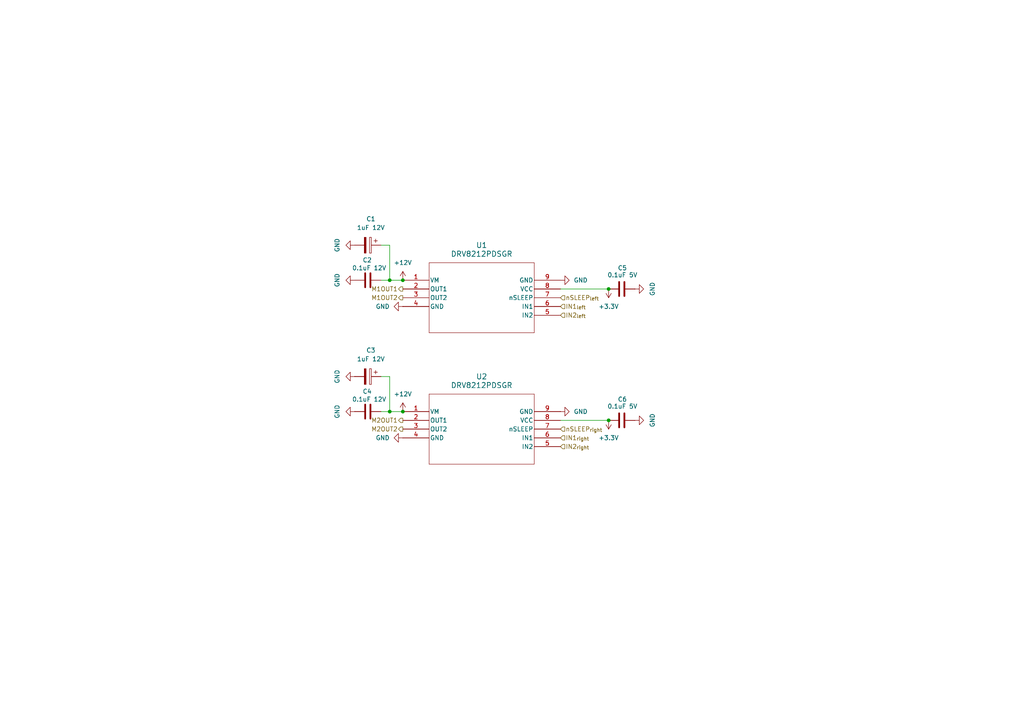
<source format=kicad_sch>
(kicad_sch (version 20231120) (generator "eeschema") (generator_version "8.0")
  (paper "A4")
  (title_block (title "DRV8212P Motor Driver Development Board") (date "2024-08-19") (rev "v0.2") (company "Karl Wünsche"))
  (lib_symbols
    (symbol "Device:C" (pin_numbers hide) (pin_names (offset 0.254))
      (property "Reference" "C" (at 0.635 2.54 0))
      (property "Value" "C" (at 0.635 -2.54 0))
      (symbol "C_0_1"
        (polyline (pts (xy -2.032 -0.762) (xy 2.032 -0.762)) (stroke (width 0.508)))
        (polyline (pts (xy -2.032 0.762) (xy 2.032 0.762)) (stroke (width 0.508)))
      )
      (symbol "C_1_1"
        (pin passive line (at 0 3.81 270) (length 2.794) (name "~") (number "1"))
        (pin passive line (at 0 -3.81 90) (length 2.794) (name "~") (number "2"))
      )
    )
    (symbol "Device:C_Polarized" (pin_numbers hide) (pin_names (offset 0.254))
      (property "Reference" "C" (at 0.635 2.54 0))
      (property "Value" "C_Polarized" (at 0.635 -2.54 0))
      (symbol "C_Polarized_0_1"
        (rectangle (start -2.286 0.508) (end 2.286 1.016))
        (polyline (pts (xy -1.778 2.286) (xy -0.762 2.286)))
        (polyline (pts (xy -1.27 2.794) (xy -1.27 1.778)))
        (rectangle (start 2.286 -0.508) (end -2.286 -1.016) (fill (type outline)))
      )
      (symbol "C_Polarized_1_1"
        (pin passive line (at 0 3.81 270) (length 2.794) (name "~") (number "1"))
        (pin passive line (at 0 -3.81 90) (length 2.794) (name "~") (number "2"))
      )
    )
    (symbol "Driver_Motor:DRV8212PDSGR" (pin_names (offset 0.254))
      (property "Reference" "U" (at 22.86 10.16 0))
      (property "Value" "DRV8212PDSGR" (at 22.86 7.62 0))
      (symbol "DRV8212PDSGR_0_1"
        (polyline (pts (xy 7.62 -15.24) (xy 38.1 -15.24)) (stroke (width 0.127)))
        (polyline (pts (xy 7.62 5.08) (xy 7.62 -15.24)) (stroke (width 0.127)))
        (polyline (pts (xy 38.1 -15.24) (xy 38.1 5.08)) (stroke (width 0.127)))
        (polyline (pts (xy 38.1 5.08) (xy 7.62 5.08)) (stroke (width 0.127)))
        (pin power_in line (at 0 0 0) (length 7.62) (name "VM") (number "1"))
        (pin output line (at 0 -2.54 0) (length 7.62) (name "OUT1") (number "2"))
        (pin output line (at 0 -5.08 0) (length 7.62) (name "OUT2") (number "3"))
        (pin power_out line (at 0 -7.62 0) (length 7.62) (name "GND") (number "4"))
        (pin input line (at 45.72 -10.16 180) (length 7.62) (name "IN2") (number "5"))
        (pin input line (at 45.72 -7.62 180) (length 7.62) (name "IN1") (number "6"))
        (pin input line (at 45.72 -5.08 180) (length 7.62) (name "nSLEEP") (number "7"))
        (pin power_in line (at 45.72 -2.54 180) (length 7.62) (name "VCC") (number "8"))
        (pin power_out line (at 45.72 0 180) (length 7.62) (name "GND") (number "9"))
      )
    )
    (symbol "power:+12V" (power) (pin_numbers hide) (pin_names (offset 0) hide)
      (property "Value" "+12V" (at 0 3.556 0))
      (symbol "+12V_0_1"
        (polyline (pts (xy -0.762 1.27) (xy 0 2.54)))
        (polyline (pts (xy 0 0) (xy 0 2.54)))
        (polyline (pts (xy 0 2.54) (xy 0.762 1.27)))
      )
      (symbol "+12V_1_1"
        (pin power_in line (at 0 0 90) (length 0) (name "~") (number "1"))
      )
    )
    (symbol "power:+3.3V" (power) (pin_numbers hide) (pin_names (offset 0) hide)
      (property "Value" "+3.3V" (at 0 3.556 0))
      (symbol "+3.3V_0_1"
        (polyline (pts (xy -0.762 1.27) (xy 0 2.54)))
        (polyline (pts (xy 0 0) (xy 0 2.54)))
        (polyline (pts (xy 0 2.54) (xy 0.762 1.27)))
      )
      (symbol "+3.3V_1_1"
        (pin power_in line (at 0 0 90) (length 0) (name "~") (number "1"))
      )
    )
    (symbol "power:GND" (power) (pin_numbers hide) (pin_names (offset 0) hide)
      (property "Value" "GND" (at 0 -3.81 0))
      (symbol "GND_0_1"
        (polyline (pts (xy 0 0) (xy 0 -1.27) (xy 1.27 -1.27) (xy 0 -2.54) (xy -1.27 -1.27) (xy 0 -1.27)))
      )
      (symbol "GND_1_1"
        (pin power_in line (at 0 0 270) (length 0) (name "~") (number "1"))
      )
    )
  )
  (junction (at 113.03 81.28))
  (junction (at 113.03 119.38))
  (junction (at 176.53 83.82))
  (junction (at 116.84 81.28))
  (junction (at 176.53 121.92))
  (junction (at 116.84 119.38))
  (wire (pts (xy 113.03 109.22) (xy 110.49 109.22)))
  (wire (pts (xy 113.03 71.12) (xy 110.49 71.12)))
  (wire (pts (xy 110.49 81.28) (xy 113.03 81.28)))
  (wire (pts (xy 113.03 119.38) (xy 116.84 119.38)))
  (wire (pts (xy 113.03 71.12) (xy 113.03 81.28)))
  (wire (pts (xy 162.56 83.82) (xy 176.53 83.82)))
  (wire (pts (xy 110.49 119.38) (xy 113.03 119.38)))
  (wire (pts (xy 162.56 121.92) (xy 176.53 121.92)))
  (wire (pts (xy 113.03 109.22) (xy 113.03 119.38)))
  (wire (pts (xy 113.03 81.28) (xy 116.84 81.28)))
  (hierarchical_label "M2OUT2" (shape output) (at 116.84 124.46 180))
  (hierarchical_label "M2OUT1" (shape output) (at 116.84 121.92 180))
  (hierarchical_label "M1OUT1" (shape output) (at 116.84 83.82 180))
  (hierarchical_label "IN2_{right}" (shape input) (at 162.56 129.54 0))
  (hierarchical_label "nSLEEP_{right}" (shape input) (at 162.56 124.46 0))
  (hierarchical_label "IN1_{left}" (shape input) (at 162.56 88.9 0))
  (hierarchical_label "IN2_{left}" (shape input) (at 162.56 91.44 0))
  (hierarchical_label "nSLEEP_{left}" (shape input) (at 162.56 86.36 0))
  (hierarchical_label "IN1_{right}" (shape input) (at 162.56 127 0))
  (hierarchical_label "M1OUT2" (shape output) (at 116.84 86.36 180))
  (symbol (lib_id "Device:C") (at 106.68 119.38 270) (unit 1)
    (property "Reference" "C4" (at 105.156 113.538 90) (effects (justify left)))
    (property "Value" "0.1uF 12V" (at 102.108 115.824 90) (effects (justify left)))
    (property "Footprint" "Capacitor_SMD:C_0603_1608Metric_Pad1.08x0.95mm_HandSolder" (effects (hide yes)))
    (property "Description" "Unpolarized capacitor" (effects (hide yes)))
  )
  (symbol (lib_id "power:GND") (at 102.87 81.28 270) (unit 1)
    (property "Reference" "#PWR02" (effects (hide yes)))
    (property "Value" "GND" (at 97.79 81.28 0))
    (property "Description" "Power symbol creates a global label with name \"GND\" , ground" (effects (hide yes)))
  )
  (symbol (lib_id "power:GND") (at 184.15 83.82 90) (unit 1)
    (property "Reference" "#PWR013" (effects (hide yes)))
    (property "Value" "GND" (at 189.23 83.82 0))
    (property "Description" "Power symbol creates a global label with name \"GND\" , ground" (effects (hide yes)))
  )
  (symbol (lib_id "power:GND") (at 162.56 81.28 90) (unit 1)
    (property "Reference" "#PWR09" (effects (hide yes)))
    (property "Value" "GND" (at 166.37 81.2799 90) (effects (justify right)))
    (property "Description" "Power symbol creates a global label with name \"GND\" , ground" (effects (hide yes)))
  )
  (symbol (lib_id "Driver_Motor:DRV8212PDSGR") (at 116.84 119.38 0) (unit 1)
    (property "Reference" "U2" (at 139.7 109.22 0) (effects (font (size 1.524 1.524))))
    (property "Value" "DRV8212PDSGR" (at 139.7 111.76 0) (effects (font (size 1.524 1.524))))
    (property "Footprint" "Package_SON:WSON8_DSG_TEX" (effects (hide yes)))
    (property "Datasheet" "https://www.ti.com/lit/ds/symlink/drv8212p.pdf?ts=1723998773491&ref_url=https%253A%252F%252Fwww.ti.com%252Fproduct%252FDRV8212P%253Fbm-verify%253DAAQAAAAJ_____zneHBqTbv0kQ9lzGnWI18b2-bXx0p4R9SGzwrCiz8qXiXfu5ND4BFi5KMl6vjbBMVGYsDVlPbf9W2-IDT-9Pgp2xT_E3mV5Ysi0Y-iZ2U09S4lpAlIwkpDyJc04mIO2xgibU2Wmz4ao7yrMFkbYi_eEm6mY3D-rxhAau7goBgDRFJRPnpLmz1CEDflIDnqd6577p36H3GsmkFIqUkp_WkD1z_N5h4OqRgcCdgIHX14791xFllFhgLhy_rq8evizV87ku30SPQbHDOIT_m4_RWcfKJlyaCMlazTMyoSp38IKaaqZj54NLw7CwoKtq6hGCQjtLbE6daVNAFVX5nqlSMBMIcnyLgmaIAid-n59KI_cdQcF3eaJMQ" (effects (hide yes)))
    (property "Description" "integrated motor driver with four N-channel power FETs, charge pump regulator, and protection circuitry" (effects (hide yes)))
  )
  (symbol (lib_id "power:GND") (at 102.87 119.38 270) (unit 1)
    (property "Reference" "#PWR04" (effects (hide yes)))
    (property "Value" "GND" (at 97.79 119.38 0))
    (property "Description" "Power symbol creates a global label with name \"GND\" , ground" (effects (hide yes)))
  )
  (symbol (lib_id "power:+12V") (at 116.84 81.28 0) (unit 1)
    (property "Reference" "#PWR05" (effects (hide yes)))
    (property "Value" "+12V" (at 116.84 76.2 0))
    (property "Description" "Power symbol creates a global label with name \"+12V\"" (effects (hide yes)))
  )
  (symbol (lib_id "power:GND") (at 116.84 127 270) (unit 1)
    (property "Reference" "#PWR08" (effects (hide yes)))
    (property "Value" "GND" (at 113.03 126.9999 90) (effects (justify right)))
    (property "Description" "Power symbol creates a global label with name \"GND\" , ground" (effects (hide yes)))
  )
  (symbol (lib_id "Device:C") (at 180.34 121.92 90) (unit 1)
    (property "Reference" "C6" (at 181.864 115.824 90) (effects (justify left)))
    (property "Value" "0.1uF 5V" (at 184.912 117.856 90) (effects (justify left)))
    (property "Footprint" "Capacitor_SMD:C_0603_1608Metric_Pad1.08x0.95mm_HandSolder" (effects (hide yes)))
    (property "Description" "Unpolarized capacitor" (effects (hide yes)))
  )
  (symbol (lib_id "Device:C") (at 106.68 81.28 270) (unit 1)
    (property "Reference" "C2" (at 105.156 75.438 90) (effects (justify left)))
    (property "Value" "0.1uF 12V" (at 102.108 77.724 90) (effects (justify left)))
    (property "Footprint" "Capacitor_SMD:C_0603_1608Metric_Pad1.08x0.95mm_HandSolder" (effects (hide yes)))
    (property "Description" "Unpolarized capacitor" (effects (hide yes)))
  )
  (symbol (lib_id "power:GND") (at 102.87 71.12 270) (unit 1)
    (property "Reference" "#PWR01" (effects (hide yes)))
    (property "Value" "GND" (at 97.79 71.12 0))
    (property "Description" "Power symbol creates a global label with name \"GND\" , ground" (effects (hide yes)))
  )
  (symbol (lib_id "power:GND") (at 162.56 119.38 90) (unit 1)
    (property "Reference" "#PWR010" (effects (hide yes)))
    (property "Value" "GND" (at 166.37 119.3799 90) (effects (justify right)))
    (property "Description" "Power symbol creates a global label with name \"GND\" , ground" (effects (hide yes)))
  )
  (symbol (lib_id "power:+12V") (at 116.84 119.38 0) (unit 1)
    (property "Reference" "#PWR07" (effects (hide yes)))
    (property "Value" "+12V" (at 116.84 114.3 0))
    (property "Description" "Power symbol creates a global label with name \"+12V\"" (effects (hide yes)))
  )
  (symbol (lib_id "Device:C") (at 180.34 83.82 90) (unit 1)
    (property "Reference" "C5" (at 181.864 77.724 90) (effects (justify left)))
    (property "Value" "0.1uF 5V" (at 184.912 79.756 90) (effects (justify left)))
    (property "Footprint" "Capacitor_SMD:C_0603_1608Metric_Pad1.08x0.95mm_HandSolder" (effects (hide yes)))
    (property "Description" "Unpolarized capacitor" (effects (hide yes)))
  )
  (symbol (lib_id "power:GND") (at 184.15 121.92 90) (unit 1)
    (property "Reference" "#PWR014" (effects (hide yes)))
    (property "Value" "GND" (at 189.23 121.92 0))
    (property "Description" "Power symbol creates a global label with name \"GND\" , ground" (effects (hide yes)))
  )
  (symbol (lib_id "Driver_Motor:DRV8212PDSGR") (at 116.84 81.28 0) (unit 1)
    (property "Reference" "U1" (at 139.7 71.12 0) (effects (font (size 1.524 1.524))))
    (property "Value" "DRV8212PDSGR" (at 139.7 73.66 0) (effects (font (size 1.524 1.524))))
    (property "Footprint" "Package_SON:WSON8_DSG_TEX" (effects (hide yes)))
    (property "Datasheet" "https://www.ti.com/lit/ds/symlink/drv8212p.pdf?ts=1723998773491&ref_url=https%253A%252F%252Fwww.ti.com%252Fproduct%252FDRV8212P%253Fbm-verify%253DAAQAAAAJ_____zneHBqTbv0kQ9lzGnWI18b2-bXx0p4R9SGzwrCiz8qXiXfu5ND4BFi5KMl6vjbBMVGYsDVlPbf9W2-IDT-9Pgp2xT_E3mV5Ysi0Y-iZ2U09S4lpAlIwkpDyJc04mIO2xgibU2Wmz4ao7yrMFkbYi_eEm6mY3D-rxhAau7goBgDRFJRPnpLmz1CEDflIDnqd6577p36H3GsmkFIqUkp_WkD1z_N5h4OqRgcCdgIHX14791xFllFhgLhy_rq8evizV87ku30SPQbHDOIT_m4_RWcfKJlyaCMlazTMyoSp38IKaaqZj54NLw7CwoKtq6hGCQjtLbE6daVNAFVX5nqlSMBMIcnyLgmaIAid-n59KI_cdQcF3eaJMQ" (effects (hide yes)))
    (property "Description" "integrated motor driver with four N-channel power FETs, charge pump regulator, and protection circuitry" (effects (hide yes)))
  )
  (symbol (lib_id "power:GND") (at 116.84 88.9 270) (unit 1)
    (property "Reference" "#PWR06" (effects (hide yes)))
    (property "Value" "GND" (at 113.03 88.8999 90) (effects (justify right)))
    (property "Description" "Power symbol creates a global label with name \"GND\" , ground" (effects (hide yes)))
  )
  (symbol (lib_id "power:+3.3V") (at 176.53 121.92 180) (unit 1)
    (property "Reference" "#PWR012" (effects (hide yes)))
    (property "Value" "+3.3V" (at 176.53 127 0))
    (property "Description" "Power symbol creates a global label with name \"+3.3V\"" (effects (hide yes)))
  )
  (symbol (lib_id "Device:C_Polarized") (at 106.68 71.12 270) (unit 1)
    (property "Reference" "C1" (at 107.569 63.5 90))
    (property "Value" "1uF 12V" (at 107.569 66.04 90))
    (property "Footprint" "Capacitor_SMD:C_0603_1608Metric_Pad1.08x0.95mm_HandSolder" (effects (hide yes)))
    (property "Description" "Polarized capacitor" (effects (hide yes)))
  )
  (symbol (lib_id "power:+3.3V") (at 176.53 83.82 180) (unit 1)
    (property "Reference" "#PWR011" (effects (hide yes)))
    (property "Value" "+3.3V" (at 176.53 88.9 0))
    (property "Description" "Power symbol creates a global label with name \"+3.3V\"" (effects (hide yes)))
  )
  (symbol (lib_id "Device:C_Polarized") (at 106.68 109.22 270) (unit 1)
    (property "Reference" "C3" (at 107.569 101.6 90))
    (property "Value" "1uF 12V" (at 107.569 104.14 90))
    (property "Footprint" "Capacitor_SMD:C_0603_1608Metric_Pad1.08x0.95mm_HandSolder" (effects (hide yes)))
    (property "Description" "Polarized capacitor" (effects (hide yes)))
  )
  (symbol (lib_id "power:GND") (at 102.87 109.22 270) (unit 1)
    (property "Reference" "#PWR03" (effects (hide yes)))
    (property "Value" "GND" (at 97.79 109.22 0))
    (property "Description" "Power symbol creates a global label with name \"GND\" , ground" (effects (hide yes)))
  )
)
</source>
